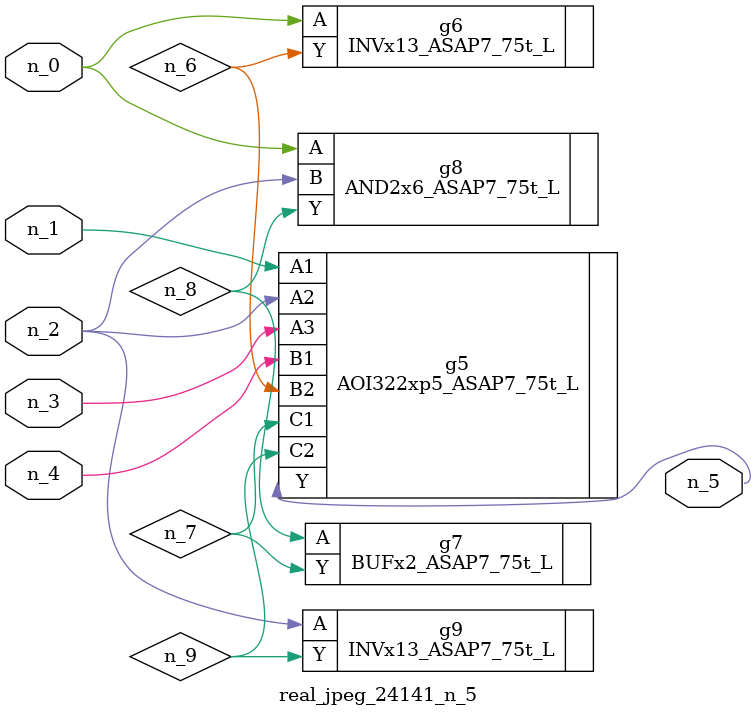
<source format=v>
module real_jpeg_24141_n_5 (n_4, n_0, n_1, n_2, n_3, n_5);

input n_4;
input n_0;
input n_1;
input n_2;
input n_3;

output n_5;

wire n_8;
wire n_6;
wire n_7;
wire n_9;

INVx13_ASAP7_75t_L g6 ( 
.A(n_0),
.Y(n_6)
);

AND2x6_ASAP7_75t_L g8 ( 
.A(n_0),
.B(n_2),
.Y(n_8)
);

AOI322xp5_ASAP7_75t_L g5 ( 
.A1(n_1),
.A2(n_2),
.A3(n_3),
.B1(n_4),
.B2(n_6),
.C1(n_7),
.C2(n_9),
.Y(n_5)
);

INVx13_ASAP7_75t_L g9 ( 
.A(n_2),
.Y(n_9)
);

BUFx2_ASAP7_75t_L g7 ( 
.A(n_8),
.Y(n_7)
);


endmodule
</source>
